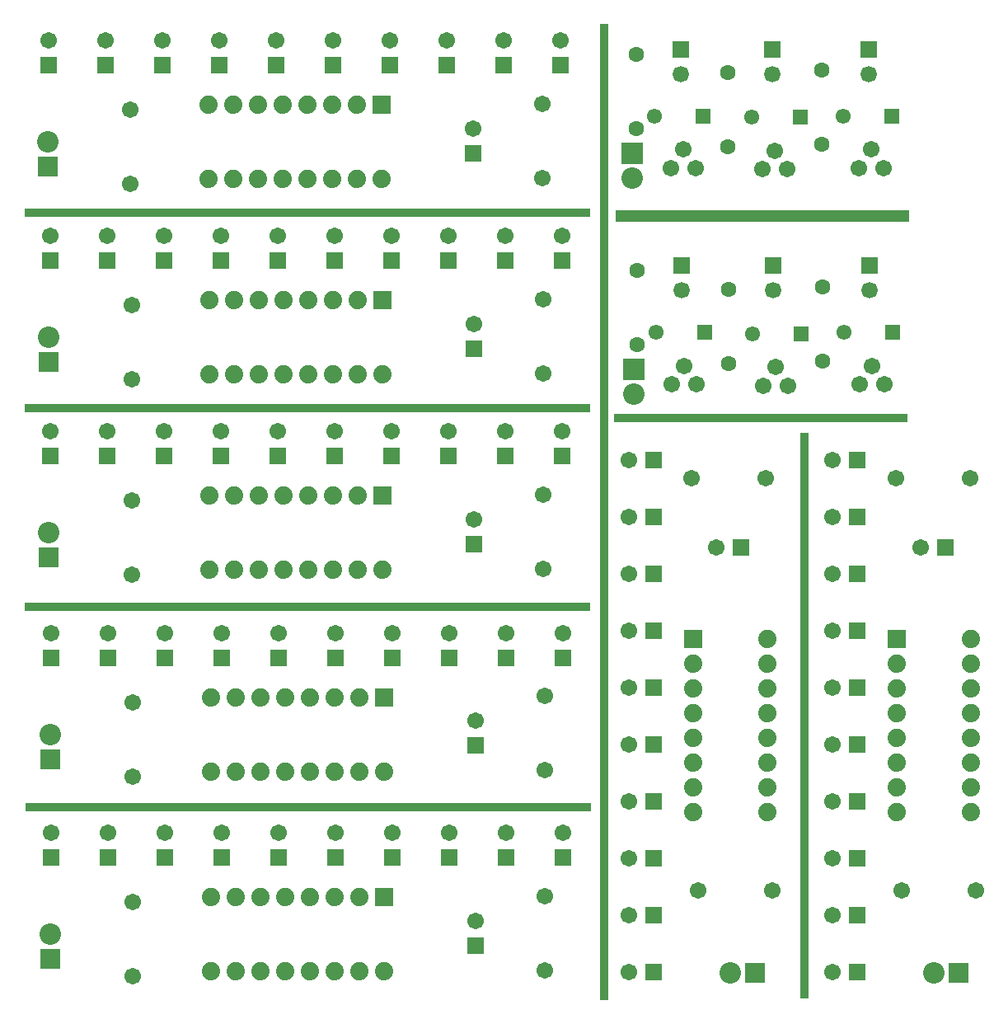
<source format=gbs>
G04 Layer_Color=16711935*
%FSLAX25Y25*%
%MOIN*%
G70*
G01*
G75*
%ADD42R,1.18910X0.04737*%
%ADD43C,0.06312*%
%ADD44C,0.06706*%
%ADD45R,0.08674X0.08674*%
%ADD46C,0.08674*%
%ADD47R,0.06627X0.06627*%
%ADD48C,0.06627*%
%ADD49C,0.06115*%
%ADD50R,0.06115X0.06115*%
%ADD51R,1.18910X0.03556*%
%ADD52R,0.03556X2.29147*%
%ADD53R,0.03556X3.94501*%
%ADD54R,2.29147X0.03556*%
%ADD55R,0.06706X0.06706*%
%ADD56R,0.07400X0.07400*%
%ADD57C,0.07400*%
%ADD58R,0.08280X0.08280*%
%ADD59R,0.06706X0.06706*%
%ADD60R,0.07400X0.07400*%
%ADD61R,0.08280X0.08280*%
D42*
X302000Y319500D02*
D03*
D43*
X325969Y378500D02*
D03*
Y348500D02*
D03*
X287968Y377500D02*
D03*
Y347500D02*
D03*
X250969Y385000D02*
D03*
Y355000D02*
D03*
X251500Y297500D02*
D03*
Y267500D02*
D03*
X288500Y290000D02*
D03*
Y260000D02*
D03*
X326500Y291000D02*
D03*
Y261000D02*
D03*
D44*
X350969Y339000D02*
D03*
X345969Y346500D02*
D03*
X340968Y339000D02*
D03*
X311968Y338500D02*
D03*
X306968Y346000D02*
D03*
X301969Y338500D02*
D03*
X274969Y339000D02*
D03*
X269969Y346500D02*
D03*
X264968Y339000D02*
D03*
X275500Y251500D02*
D03*
X270500Y259000D02*
D03*
X265500Y251500D02*
D03*
X312500Y251000D02*
D03*
X307500Y258500D02*
D03*
X302500Y251000D02*
D03*
X351500Y251500D02*
D03*
X346500Y259000D02*
D03*
X341500Y251500D02*
D03*
X388500Y47000D02*
D03*
X358500D02*
D03*
X330500Y14000D02*
D03*
Y37000D02*
D03*
Y60000D02*
D03*
Y83000D02*
D03*
Y106000D02*
D03*
Y129000D02*
D03*
Y152000D02*
D03*
Y175000D02*
D03*
Y198000D02*
D03*
Y221000D02*
D03*
X356000Y213500D02*
D03*
X386000D02*
D03*
X366000Y185500D02*
D03*
X306000Y47000D02*
D03*
X276000D02*
D03*
X248000Y14000D02*
D03*
Y37000D02*
D03*
Y60000D02*
D03*
Y83000D02*
D03*
Y106000D02*
D03*
Y129000D02*
D03*
Y152000D02*
D03*
Y175000D02*
D03*
Y198000D02*
D03*
Y221000D02*
D03*
X273500Y213500D02*
D03*
X303500D02*
D03*
X283500Y185500D02*
D03*
X47500Y93000D02*
D03*
Y123000D02*
D03*
X14500Y151000D02*
D03*
X37500D02*
D03*
X60500D02*
D03*
X83500D02*
D03*
X106500D02*
D03*
X129500D02*
D03*
X152500D02*
D03*
X175500D02*
D03*
X198500D02*
D03*
X221500D02*
D03*
X214000Y125500D02*
D03*
Y95500D02*
D03*
X186000Y115500D02*
D03*
X47000Y174500D02*
D03*
Y204500D02*
D03*
X14000Y232500D02*
D03*
X37000D02*
D03*
X60000D02*
D03*
X83000D02*
D03*
X106000D02*
D03*
X129000D02*
D03*
X152000D02*
D03*
X175000D02*
D03*
X198000D02*
D03*
X221000D02*
D03*
X213500Y207000D02*
D03*
Y177000D02*
D03*
X185500Y197000D02*
D03*
X47000Y253500D02*
D03*
Y283500D02*
D03*
X14000Y311500D02*
D03*
X37000D02*
D03*
X60000D02*
D03*
X83000D02*
D03*
X106000D02*
D03*
X129000D02*
D03*
X152000D02*
D03*
X175000D02*
D03*
X198000D02*
D03*
X221000D02*
D03*
X213500Y286000D02*
D03*
Y256000D02*
D03*
X185500Y276000D02*
D03*
X46500Y332500D02*
D03*
Y362500D02*
D03*
X13500Y390500D02*
D03*
X36500D02*
D03*
X59500D02*
D03*
X82500D02*
D03*
X105500D02*
D03*
X128500D02*
D03*
X151500D02*
D03*
X174500D02*
D03*
X197500D02*
D03*
X220500D02*
D03*
X213000Y365000D02*
D03*
Y335000D02*
D03*
X185000Y355000D02*
D03*
X214000Y44697D02*
D03*
Y14697D02*
D03*
X186000Y34697D02*
D03*
X47500Y12197D02*
D03*
Y42197D02*
D03*
X221500Y70197D02*
D03*
X198500D02*
D03*
X175500D02*
D03*
X152500D02*
D03*
X129500D02*
D03*
X106500D02*
D03*
X83500D02*
D03*
X60500D02*
D03*
X37500D02*
D03*
X14500D02*
D03*
D45*
X249468Y345000D02*
D03*
X250000Y257500D02*
D03*
D46*
X249468Y335000D02*
D03*
X250000Y247500D02*
D03*
X371500Y13500D02*
D03*
X289000D02*
D03*
X14000Y110000D02*
D03*
X13500Y191500D02*
D03*
Y270500D02*
D03*
X13000Y349500D02*
D03*
X14000Y29197D02*
D03*
D47*
X344969Y387000D02*
D03*
X305968D02*
D03*
X268969D02*
D03*
X269500Y299500D02*
D03*
X306500D02*
D03*
X345500D02*
D03*
D48*
X344969Y377000D02*
D03*
X305968D02*
D03*
X268969D02*
D03*
X269500Y289500D02*
D03*
X306500D02*
D03*
X345500D02*
D03*
D49*
X334626Y360000D02*
D03*
X297626Y359500D02*
D03*
X258469Y360000D02*
D03*
X259000Y272500D02*
D03*
X298158Y272000D02*
D03*
X335157Y272500D02*
D03*
D50*
X354311Y360000D02*
D03*
X317311Y359500D02*
D03*
X278153Y360000D02*
D03*
X278685Y272500D02*
D03*
X317843Y272000D02*
D03*
X354842Y272500D02*
D03*
D51*
X301500Y238000D02*
D03*
D52*
X319000Y117500D02*
D03*
D53*
X238000Y200000D02*
D03*
D54*
X118500Y80500D02*
D03*
X118000Y161500D02*
D03*
Y242000D02*
D03*
Y321000D02*
D03*
D55*
X340500Y14000D02*
D03*
Y37000D02*
D03*
Y60000D02*
D03*
Y83000D02*
D03*
Y106000D02*
D03*
Y129000D02*
D03*
Y152000D02*
D03*
Y175000D02*
D03*
Y198000D02*
D03*
Y221000D02*
D03*
X376000Y185500D02*
D03*
X258000Y14000D02*
D03*
Y37000D02*
D03*
Y60000D02*
D03*
Y83000D02*
D03*
Y106000D02*
D03*
Y129000D02*
D03*
Y152000D02*
D03*
Y175000D02*
D03*
Y198000D02*
D03*
Y221000D02*
D03*
X293500Y185500D02*
D03*
D56*
X356500Y148500D02*
D03*
X274000D02*
D03*
D57*
X356500Y138500D02*
D03*
Y128500D02*
D03*
Y118500D02*
D03*
Y108500D02*
D03*
Y98500D02*
D03*
Y88500D02*
D03*
Y78500D02*
D03*
X386500D02*
D03*
Y88500D02*
D03*
Y98500D02*
D03*
Y108500D02*
D03*
Y118500D02*
D03*
Y128500D02*
D03*
Y138500D02*
D03*
Y148500D02*
D03*
X274000Y138500D02*
D03*
Y128500D02*
D03*
Y118500D02*
D03*
Y108500D02*
D03*
Y98500D02*
D03*
Y88500D02*
D03*
Y78500D02*
D03*
X304000D02*
D03*
Y88500D02*
D03*
Y98500D02*
D03*
Y108500D02*
D03*
Y118500D02*
D03*
Y128500D02*
D03*
Y138500D02*
D03*
Y148500D02*
D03*
X139000Y125000D02*
D03*
X129000D02*
D03*
X119000D02*
D03*
X109000D02*
D03*
X99000D02*
D03*
X89000D02*
D03*
X79000D02*
D03*
Y95000D02*
D03*
X89000D02*
D03*
X99000D02*
D03*
X109000D02*
D03*
X119000D02*
D03*
X129000D02*
D03*
X139000D02*
D03*
X149000D02*
D03*
X138500Y206500D02*
D03*
X128500D02*
D03*
X118500D02*
D03*
X108500D02*
D03*
X98500D02*
D03*
X88500D02*
D03*
X78500D02*
D03*
Y176500D02*
D03*
X88500D02*
D03*
X98500D02*
D03*
X108500D02*
D03*
X118500D02*
D03*
X128500D02*
D03*
X138500D02*
D03*
X148500D02*
D03*
X138500Y285500D02*
D03*
X128500D02*
D03*
X118500D02*
D03*
X108500D02*
D03*
X98500D02*
D03*
X88500D02*
D03*
X78500D02*
D03*
Y255500D02*
D03*
X88500D02*
D03*
X98500D02*
D03*
X108500D02*
D03*
X118500D02*
D03*
X128500D02*
D03*
X138500D02*
D03*
X148500D02*
D03*
X138000Y364500D02*
D03*
X128000D02*
D03*
X118000D02*
D03*
X108000D02*
D03*
X98000D02*
D03*
X88000D02*
D03*
X78000D02*
D03*
Y334500D02*
D03*
X88000D02*
D03*
X98000D02*
D03*
X108000D02*
D03*
X118000D02*
D03*
X128000D02*
D03*
X138000D02*
D03*
X148000D02*
D03*
X139000Y44197D02*
D03*
X129000D02*
D03*
X119000D02*
D03*
X109000D02*
D03*
X99000D02*
D03*
X89000D02*
D03*
X79000D02*
D03*
Y14197D02*
D03*
X89000D02*
D03*
X99000D02*
D03*
X109000D02*
D03*
X119000D02*
D03*
X129000D02*
D03*
X139000D02*
D03*
X149000D02*
D03*
D58*
X381500Y13500D02*
D03*
X299000D02*
D03*
D59*
X14500Y141000D02*
D03*
X37500D02*
D03*
X60500D02*
D03*
X83500D02*
D03*
X106500D02*
D03*
X129500D02*
D03*
X152500D02*
D03*
X175500D02*
D03*
X198500D02*
D03*
X221500D02*
D03*
X186000Y105500D02*
D03*
X14000Y222500D02*
D03*
X37000D02*
D03*
X60000D02*
D03*
X83000D02*
D03*
X106000D02*
D03*
X129000D02*
D03*
X152000D02*
D03*
X175000D02*
D03*
X198000D02*
D03*
X221000D02*
D03*
X185500Y187000D02*
D03*
X14000Y301500D02*
D03*
X37000D02*
D03*
X60000D02*
D03*
X83000D02*
D03*
X106000D02*
D03*
X129000D02*
D03*
X152000D02*
D03*
X175000D02*
D03*
X198000D02*
D03*
X221000D02*
D03*
X185500Y266000D02*
D03*
X13500Y380500D02*
D03*
X36500D02*
D03*
X59500D02*
D03*
X82500D02*
D03*
X105500D02*
D03*
X128500D02*
D03*
X151500D02*
D03*
X174500D02*
D03*
X197500D02*
D03*
X220500D02*
D03*
X185000Y345000D02*
D03*
X186000Y24697D02*
D03*
X221500Y60197D02*
D03*
X198500D02*
D03*
X175500D02*
D03*
X152500D02*
D03*
X129500D02*
D03*
X106500D02*
D03*
X83500D02*
D03*
X60500D02*
D03*
X37500D02*
D03*
X14500D02*
D03*
D60*
X149000Y125000D02*
D03*
X148500Y206500D02*
D03*
Y285500D02*
D03*
X148000Y364500D02*
D03*
X149000Y44197D02*
D03*
D61*
X14000Y100000D02*
D03*
X13500Y181500D02*
D03*
Y260500D02*
D03*
X13000Y339500D02*
D03*
X14000Y19197D02*
D03*
M02*

</source>
